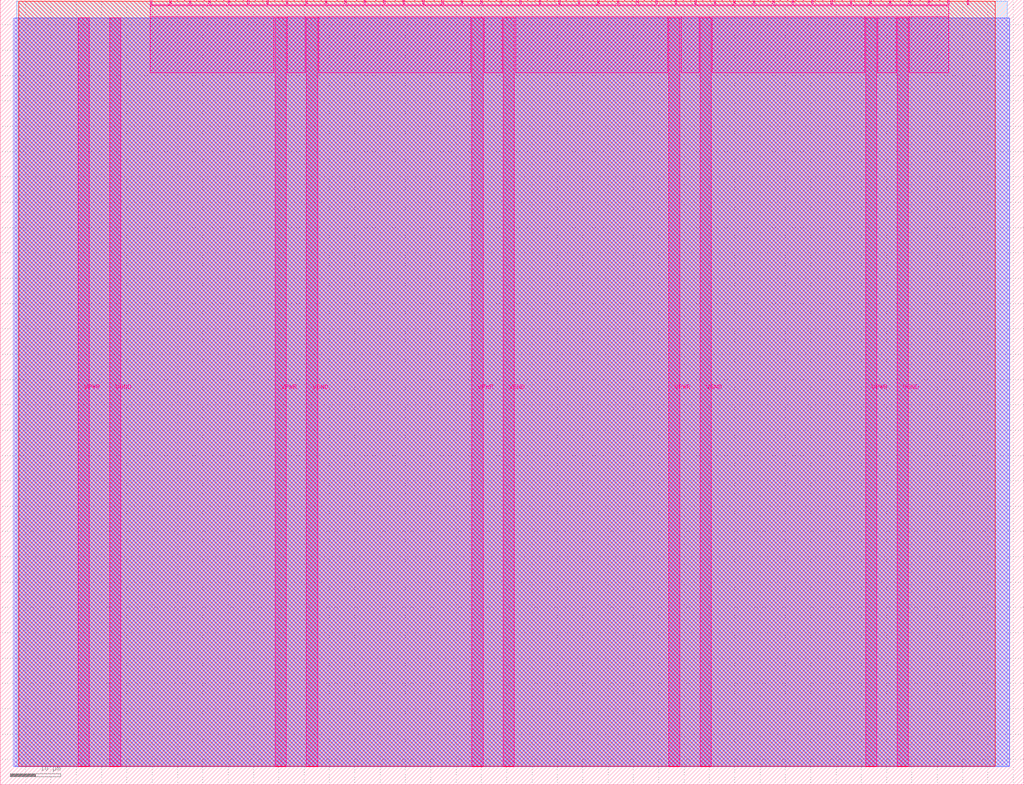
<source format=lef>
VERSION 5.7 ;
  NOWIREEXTENSIONATPIN ON ;
  DIVIDERCHAR "/" ;
  BUSBITCHARS "[]" ;
MACRO tt_um_kch_cd101
  CLASS BLOCK ;
  FOREIGN tt_um_kch_cd101 ;
  ORIGIN 0.000 0.000 ;
  SIZE 202.080 BY 154.980 ;
  PIN VGND
    DIRECTION INOUT ;
    USE GROUND ;
    PORT
      LAYER Metal5 ;
        RECT 21.580 3.560 23.780 151.420 ;
    END
    PORT
      LAYER Metal5 ;
        RECT 60.450 3.560 62.650 151.420 ;
    END
    PORT
      LAYER Metal5 ;
        RECT 99.320 3.560 101.520 151.420 ;
    END
    PORT
      LAYER Metal5 ;
        RECT 138.190 3.560 140.390 151.420 ;
    END
    PORT
      LAYER Metal5 ;
        RECT 177.060 3.560 179.260 151.420 ;
    END
  END VGND
  PIN VPWR
    DIRECTION INOUT ;
    USE POWER ;
    PORT
      LAYER Metal5 ;
        RECT 15.380 3.560 17.580 151.420 ;
    END
    PORT
      LAYER Metal5 ;
        RECT 54.250 3.560 56.450 151.420 ;
    END
    PORT
      LAYER Metal5 ;
        RECT 93.120 3.560 95.320 151.420 ;
    END
    PORT
      LAYER Metal5 ;
        RECT 131.990 3.560 134.190 151.420 ;
    END
    PORT
      LAYER Metal5 ;
        RECT 170.860 3.560 173.060 151.420 ;
    END
  END VPWR
  PIN clk
    DIRECTION INPUT ;
    USE SIGNAL ;
    ANTENNAGATEAREA 0.213200 ;
    PORT
      LAYER Metal5 ;
        RECT 187.050 153.980 187.350 154.980 ;
    END
  END clk
  PIN ena
    DIRECTION INPUT ;
    USE SIGNAL ;
    PORT
      LAYER Metal5 ;
        RECT 190.890 153.980 191.190 154.980 ;
    END
  END ena
  PIN rst_n
    DIRECTION INPUT ;
    USE SIGNAL ;
    ANTENNAGATEAREA 0.314600 ;
    PORT
      LAYER Metal5 ;
        RECT 183.210 153.980 183.510 154.980 ;
    END
  END rst_n
  PIN ui_in[0]
    DIRECTION INPUT ;
    USE SIGNAL ;
    ANTENNAGATEAREA 0.180700 ;
    PORT
      LAYER Metal5 ;
        RECT 179.370 153.980 179.670 154.980 ;
    END
  END ui_in[0]
  PIN ui_in[1]
    DIRECTION INPUT ;
    USE SIGNAL ;
    PORT
      LAYER Metal5 ;
        RECT 175.530 153.980 175.830 154.980 ;
    END
  END ui_in[1]
  PIN ui_in[2]
    DIRECTION INPUT ;
    USE SIGNAL ;
    PORT
      LAYER Metal5 ;
        RECT 171.690 153.980 171.990 154.980 ;
    END
  END ui_in[2]
  PIN ui_in[3]
    DIRECTION INPUT ;
    USE SIGNAL ;
    PORT
      LAYER Metal5 ;
        RECT 167.850 153.980 168.150 154.980 ;
    END
  END ui_in[3]
  PIN ui_in[4]
    DIRECTION INPUT ;
    USE SIGNAL ;
    PORT
      LAYER Metal5 ;
        RECT 164.010 153.980 164.310 154.980 ;
    END
  END ui_in[4]
  PIN ui_in[5]
    DIRECTION INPUT ;
    USE SIGNAL ;
    PORT
      LAYER Metal5 ;
        RECT 160.170 153.980 160.470 154.980 ;
    END
  END ui_in[5]
  PIN ui_in[6]
    DIRECTION INPUT ;
    USE SIGNAL ;
    PORT
      LAYER Metal5 ;
        RECT 156.330 153.980 156.630 154.980 ;
    END
  END ui_in[6]
  PIN ui_in[7]
    DIRECTION INPUT ;
    USE SIGNAL ;
    PORT
      LAYER Metal5 ;
        RECT 152.490 153.980 152.790 154.980 ;
    END
  END ui_in[7]
  PIN uio_in[0]
    DIRECTION INPUT ;
    USE SIGNAL ;
    ANTENNAGATEAREA 0.180700 ;
    PORT
      LAYER Metal5 ;
        RECT 148.650 153.980 148.950 154.980 ;
    END
  END uio_in[0]
  PIN uio_in[1]
    DIRECTION INPUT ;
    USE SIGNAL ;
    ANTENNAGATEAREA 0.180700 ;
    PORT
      LAYER Metal5 ;
        RECT 144.810 153.980 145.110 154.980 ;
    END
  END uio_in[1]
  PIN uio_in[2]
    DIRECTION INPUT ;
    USE SIGNAL ;
    PORT
      LAYER Metal5 ;
        RECT 140.970 153.980 141.270 154.980 ;
    END
  END uio_in[2]
  PIN uio_in[3]
    DIRECTION INPUT ;
    USE SIGNAL ;
    ANTENNAGATEAREA 0.314600 ;
    PORT
      LAYER Metal5 ;
        RECT 137.130 153.980 137.430 154.980 ;
    END
  END uio_in[3]
  PIN uio_in[4]
    DIRECTION INPUT ;
    USE SIGNAL ;
    PORT
      LAYER Metal5 ;
        RECT 133.290 153.980 133.590 154.980 ;
    END
  END uio_in[4]
  PIN uio_in[5]
    DIRECTION INPUT ;
    USE SIGNAL ;
    PORT
      LAYER Metal5 ;
        RECT 129.450 153.980 129.750 154.980 ;
    END
  END uio_in[5]
  PIN uio_in[6]
    DIRECTION INPUT ;
    USE SIGNAL ;
    PORT
      LAYER Metal5 ;
        RECT 125.610 153.980 125.910 154.980 ;
    END
  END uio_in[6]
  PIN uio_in[7]
    DIRECTION INPUT ;
    USE SIGNAL ;
    PORT
      LAYER Metal5 ;
        RECT 121.770 153.980 122.070 154.980 ;
    END
  END uio_in[7]
  PIN uio_oe[0]
    DIRECTION OUTPUT ;
    USE SIGNAL ;
    ANTENNADIFFAREA 0.299200 ;
    PORT
      LAYER Metal5 ;
        RECT 56.490 153.980 56.790 154.980 ;
    END
  END uio_oe[0]
  PIN uio_oe[1]
    DIRECTION OUTPUT ;
    USE SIGNAL ;
    ANTENNADIFFAREA 0.299200 ;
    PORT
      LAYER Metal5 ;
        RECT 52.650 153.980 52.950 154.980 ;
    END
  END uio_oe[1]
  PIN uio_oe[2]
    DIRECTION OUTPUT ;
    USE SIGNAL ;
    ANTENNADIFFAREA 0.299200 ;
    PORT
      LAYER Metal5 ;
        RECT 48.810 153.980 49.110 154.980 ;
    END
  END uio_oe[2]
  PIN uio_oe[3]
    DIRECTION OUTPUT ;
    USE SIGNAL ;
    ANTENNADIFFAREA 0.299200 ;
    PORT
      LAYER Metal5 ;
        RECT 44.970 153.980 45.270 154.980 ;
    END
  END uio_oe[3]
  PIN uio_oe[4]
    DIRECTION OUTPUT ;
    USE SIGNAL ;
    ANTENNADIFFAREA 0.299200 ;
    PORT
      LAYER Metal5 ;
        RECT 41.130 153.980 41.430 154.980 ;
    END
  END uio_oe[4]
  PIN uio_oe[5]
    DIRECTION OUTPUT ;
    USE SIGNAL ;
    ANTENNADIFFAREA 0.299200 ;
    PORT
      LAYER Metal5 ;
        RECT 37.290 153.980 37.590 154.980 ;
    END
  END uio_oe[5]
  PIN uio_oe[6]
    DIRECTION OUTPUT ;
    USE SIGNAL ;
    ANTENNADIFFAREA 0.299200 ;
    PORT
      LAYER Metal5 ;
        RECT 33.450 153.980 33.750 154.980 ;
    END
  END uio_oe[6]
  PIN uio_oe[7]
    DIRECTION OUTPUT ;
    USE SIGNAL ;
    ANTENNADIFFAREA 0.299200 ;
    PORT
      LAYER Metal5 ;
        RECT 29.610 153.980 29.910 154.980 ;
    END
  END uio_oe[7]
  PIN uio_out[0]
    DIRECTION OUTPUT ;
    USE SIGNAL ;
    ANTENNADIFFAREA 0.299200 ;
    PORT
      LAYER Metal5 ;
        RECT 87.210 153.980 87.510 154.980 ;
    END
  END uio_out[0]
  PIN uio_out[1]
    DIRECTION OUTPUT ;
    USE SIGNAL ;
    ANTENNADIFFAREA 0.299200 ;
    PORT
      LAYER Metal5 ;
        RECT 83.370 153.980 83.670 154.980 ;
    END
  END uio_out[1]
  PIN uio_out[2]
    DIRECTION OUTPUT ;
    USE SIGNAL ;
    ANTENNADIFFAREA 0.299200 ;
    PORT
      LAYER Metal5 ;
        RECT 79.530 153.980 79.830 154.980 ;
    END
  END uio_out[2]
  PIN uio_out[3]
    DIRECTION OUTPUT ;
    USE SIGNAL ;
    ANTENNADIFFAREA 0.299200 ;
    PORT
      LAYER Metal5 ;
        RECT 75.690 153.980 75.990 154.980 ;
    END
  END uio_out[3]
  PIN uio_out[4]
    DIRECTION OUTPUT ;
    USE SIGNAL ;
    ANTENNADIFFAREA 0.299200 ;
    PORT
      LAYER Metal5 ;
        RECT 71.850 153.980 72.150 154.980 ;
    END
  END uio_out[4]
  PIN uio_out[5]
    DIRECTION OUTPUT ;
    USE SIGNAL ;
    ANTENNADIFFAREA 0.299200 ;
    PORT
      LAYER Metal5 ;
        RECT 68.010 153.980 68.310 154.980 ;
    END
  END uio_out[5]
  PIN uio_out[6]
    DIRECTION OUTPUT ;
    USE SIGNAL ;
    ANTENNADIFFAREA 0.299200 ;
    PORT
      LAYER Metal5 ;
        RECT 64.170 153.980 64.470 154.980 ;
    END
  END uio_out[6]
  PIN uio_out[7]
    DIRECTION OUTPUT ;
    USE SIGNAL ;
    ANTENNADIFFAREA 0.299200 ;
    PORT
      LAYER Metal5 ;
        RECT 60.330 153.980 60.630 154.980 ;
    END
  END uio_out[7]
  PIN uo_out[0]
    DIRECTION OUTPUT ;
    USE SIGNAL ;
    ANTENNADIFFAREA 0.299200 ;
    PORT
      LAYER Metal5 ;
        RECT 117.930 153.980 118.230 154.980 ;
    END
  END uo_out[0]
  PIN uo_out[1]
    DIRECTION OUTPUT ;
    USE SIGNAL ;
    ANTENNADIFFAREA 0.299200 ;
    PORT
      LAYER Metal5 ;
        RECT 114.090 153.980 114.390 154.980 ;
    END
  END uo_out[1]
  PIN uo_out[2]
    DIRECTION OUTPUT ;
    USE SIGNAL ;
    ANTENNADIFFAREA 0.299200 ;
    PORT
      LAYER Metal5 ;
        RECT 110.250 153.980 110.550 154.980 ;
    END
  END uo_out[2]
  PIN uo_out[3]
    DIRECTION OUTPUT ;
    USE SIGNAL ;
    ANTENNADIFFAREA 0.299200 ;
    PORT
      LAYER Metal5 ;
        RECT 106.410 153.980 106.710 154.980 ;
    END
  END uo_out[3]
  PIN uo_out[4]
    DIRECTION OUTPUT ;
    USE SIGNAL ;
    ANTENNADIFFAREA 0.299200 ;
    PORT
      LAYER Metal5 ;
        RECT 102.570 153.980 102.870 154.980 ;
    END
  END uo_out[4]
  PIN uo_out[5]
    DIRECTION OUTPUT ;
    USE SIGNAL ;
    ANTENNADIFFAREA 0.299200 ;
    PORT
      LAYER Metal5 ;
        RECT 98.730 153.980 99.030 154.980 ;
    END
  END uo_out[5]
  PIN uo_out[6]
    DIRECTION OUTPUT ;
    USE SIGNAL ;
    ANTENNADIFFAREA 0.299200 ;
    PORT
      LAYER Metal5 ;
        RECT 94.890 153.980 95.190 154.980 ;
    END
  END uo_out[6]
  PIN uo_out[7]
    DIRECTION OUTPUT ;
    USE SIGNAL ;
    ANTENNADIFFAREA 0.654800 ;
    PORT
      LAYER Metal5 ;
        RECT 91.050 153.980 91.350 154.980 ;
    END
  END uo_out[7]
  OBS
      LAYER GatPoly ;
        RECT 2.880 3.630 199.200 151.350 ;
      LAYER Metal1 ;
        RECT 2.880 3.560 199.200 151.420 ;
      LAYER Metal2 ;
        RECT 2.605 3.680 199.300 151.300 ;
      LAYER Metal3 ;
        RECT 3.260 3.635 198.820 154.705 ;
      LAYER Metal4 ;
        RECT 3.695 3.680 196.465 154.660 ;
      LAYER Metal5 ;
        RECT 30.120 153.770 33.240 153.980 ;
        RECT 33.960 153.770 37.080 153.980 ;
        RECT 37.800 153.770 40.920 153.980 ;
        RECT 41.640 153.770 44.760 153.980 ;
        RECT 45.480 153.770 48.600 153.980 ;
        RECT 49.320 153.770 52.440 153.980 ;
        RECT 53.160 153.770 56.280 153.980 ;
        RECT 57.000 153.770 60.120 153.980 ;
        RECT 60.840 153.770 63.960 153.980 ;
        RECT 64.680 153.770 67.800 153.980 ;
        RECT 68.520 153.770 71.640 153.980 ;
        RECT 72.360 153.770 75.480 153.980 ;
        RECT 76.200 153.770 79.320 153.980 ;
        RECT 80.040 153.770 83.160 153.980 ;
        RECT 83.880 153.770 87.000 153.980 ;
        RECT 87.720 153.770 90.840 153.980 ;
        RECT 91.560 153.770 94.680 153.980 ;
        RECT 95.400 153.770 98.520 153.980 ;
        RECT 99.240 153.770 102.360 153.980 ;
        RECT 103.080 153.770 106.200 153.980 ;
        RECT 106.920 153.770 110.040 153.980 ;
        RECT 110.760 153.770 113.880 153.980 ;
        RECT 114.600 153.770 117.720 153.980 ;
        RECT 118.440 153.770 121.560 153.980 ;
        RECT 122.280 153.770 125.400 153.980 ;
        RECT 126.120 153.770 129.240 153.980 ;
        RECT 129.960 153.770 133.080 153.980 ;
        RECT 133.800 153.770 136.920 153.980 ;
        RECT 137.640 153.770 140.760 153.980 ;
        RECT 141.480 153.770 144.600 153.980 ;
        RECT 145.320 153.770 148.440 153.980 ;
        RECT 149.160 153.770 152.280 153.980 ;
        RECT 153.000 153.770 156.120 153.980 ;
        RECT 156.840 153.770 159.960 153.980 ;
        RECT 160.680 153.770 163.800 153.980 ;
        RECT 164.520 153.770 167.640 153.980 ;
        RECT 168.360 153.770 171.480 153.980 ;
        RECT 172.200 153.770 175.320 153.980 ;
        RECT 176.040 153.770 179.160 153.980 ;
        RECT 179.880 153.770 183.000 153.980 ;
        RECT 183.720 153.770 186.840 153.980 ;
        RECT 29.660 151.630 187.300 153.770 ;
        RECT 29.660 140.555 54.040 151.630 ;
        RECT 56.660 140.555 60.240 151.630 ;
        RECT 62.860 140.555 92.910 151.630 ;
        RECT 95.530 140.555 99.110 151.630 ;
        RECT 101.730 140.555 131.780 151.630 ;
        RECT 134.400 140.555 137.980 151.630 ;
        RECT 140.600 140.555 170.650 151.630 ;
        RECT 173.270 140.555 176.850 151.630 ;
        RECT 179.470 140.555 187.300 151.630 ;
  END
END tt_um_kch_cd101
END LIBRARY


</source>
